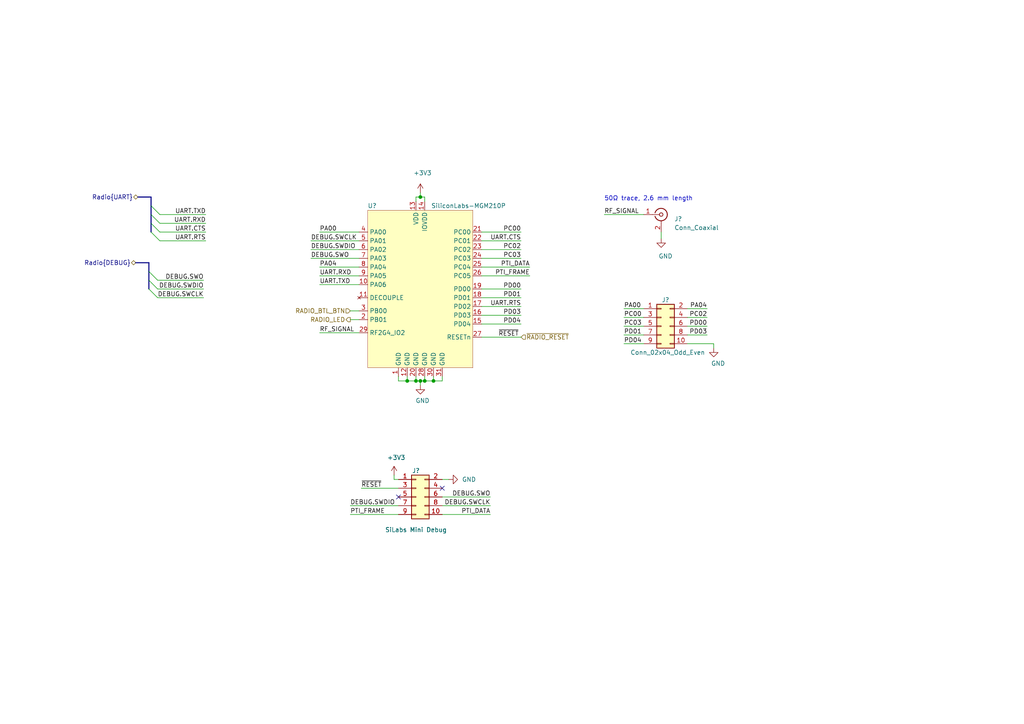
<source format=kicad_sch>
(kicad_sch (version 20201015) (generator eeschema)
  (paper "A4")
  (lib_symbols
    (symbol "Connector:Conn_Coaxial" (pin_names (offset 1.016) hide)
      (property "Reference" "J" (at 0.254 3.048 0))
      (property "Value" "Conn_Coaxial" (at 2.921 0 90))
      (symbol "Conn_Coaxial_0_1"
        (arc (start -1.778 0.508) (end 1.778 0) (radius (at -0.0508 0) (length 1.8034) (angles 163.6 0)) (stroke (width 0.254)))
        (arc (start 1.778 0) (end -1.778 -0.508) (radius (at -0.0254 0) (length 1.8034) (angles 0 -163.8)) (stroke (width 0.254)))
        (circle (center 0 0) (radius 0.508) (stroke (width 0.2032)))
        (polyline (pts (xy -2.54 0) (xy -0.508 0)))
        (polyline (pts (xy 0 -2.54) (xy 0 -1.778)))
      )
      (symbol "Conn_Coaxial_1_1"
        (pin passive line (at -5.08 0 0) (length 2.54) (name "In") (number "1"))
        (pin passive line (at 0 -5.08 90) (length 2.54) (name "Ext") (number "2"))
      )
    )
    (symbol "Connector_Generic:Conn_02x05_Odd_Even" (pin_names (offset 1.016) hide)
      (property "Reference" "J" (at 1.27 7.62 0))
      (property "Value" "Conn_02x05_Odd_Even" (at 1.27 -7.62 0))
      (symbol "Conn_02x05_Odd_Even_1_1"
        (rectangle (start -1.27 -4.953) (end 0 -5.207) (stroke (width 0.1524)))
        (rectangle (start -1.27 -2.413) (end 0 -2.667) (stroke (width 0.1524)))
        (rectangle (start -1.27 2.667) (end 0 2.413) (stroke (width 0.1524)))
        (rectangle (start -1.27 5.207) (end 0 4.953) (stroke (width 0.1524)))
        (rectangle (start -1.27 6.35) (end 3.81 -6.35) (stroke (width 0.254)) (fill (type background)))
        (rectangle (start -1.27 0.127) (end 0 -0.127) (stroke (width 0.1524)))
        (rectangle (start 3.81 -4.953) (end 2.54 -5.207) (stroke (width 0.1524)))
        (rectangle (start 3.81 -2.413) (end 2.54 -2.667) (stroke (width 0.1524)))
        (rectangle (start 3.81 2.667) (end 2.54 2.413) (stroke (width 0.1524)))
        (rectangle (start 3.81 5.207) (end 2.54 4.953) (stroke (width 0.1524)))
        (rectangle (start 3.81 0.127) (end 2.54 -0.127) (stroke (width 0.1524)))
        (pin passive line (at -5.08 5.08 0) (length 3.81) (name "Pin_1") (number "1"))
        (pin passive line (at 7.62 -5.08 180) (length 3.81) (name "Pin_10") (number "10"))
        (pin passive line (at 7.62 5.08 180) (length 3.81) (name "Pin_2") (number "2"))
        (pin passive line (at -5.08 2.54 0) (length 3.81) (name "Pin_3") (number "3"))
        (pin passive line (at 7.62 2.54 180) (length 3.81) (name "Pin_4") (number "4"))
        (pin passive line (at -5.08 0 0) (length 3.81) (name "Pin_5") (number "5"))
        (pin passive line (at 7.62 0 180) (length 3.81) (name "Pin_6") (number "6"))
        (pin passive line (at -5.08 -2.54 0) (length 3.81) (name "Pin_7") (number "7"))
        (pin passive line (at 7.62 -2.54 180) (length 3.81) (name "Pin_8") (number "8"))
        (pin passive line (at -5.08 -5.08 0) (length 3.81) (name "Pin_9") (number "9"))
      )
    )
    (symbol "LightBlue:SiliconLabs-MGM210P"
      (property "Reference" "U" (at -13.97 24.13 0))
      (property "Value" "SiliconLabs-MGM210P" (at 19.05 -25.4 0))
      (symbol "SiliconLabs-MGM210P_0_1"
        (rectangle (start -15.24 22.86) (end 15.24 -22.86) (stroke (width 0.001)) (fill (type background)))
      )
      (symbol "SiliconLabs-MGM210P_1_1"
        (pin power_in line (at -6.35 -25.4 90) (length 2.54) (name "GND") (number "1"))
        (pin power_in line (at -3.81 -25.4 90) (length 2.54) (name "GND") (number "12"))
        (pin power_in line (at -1.27 -25.4 90) (length 2.54) (name "GND") (number "20"))
        (pin power_in line (at 1.27 -25.4 90) (length 2.54) (name "GND") (number "28"))
        (pin power_in line (at 3.81 -25.4 90) (length 2.54) (name "GND") (number "30"))
        (pin power_in line (at 6.35 -25.4 90) (length 2.54) (name "GND") (number "31"))
        (pin power_in line (at -1.27 25.4 270) (length 2.54) (name "VDD") (number "13"))
        (pin power_in line (at 1.27 25.4 270) (length 2.54) (name "IOVDD") (number "14"))
        (pin bidirectional line (at -17.78 16.51 0) (length 2.54) (name "PA00") (number "4"))
        (pin bidirectional line (at -17.78 13.97 0) (length 2.54) (name "PA01") (number "5"))
        (pin bidirectional line (at -17.78 11.43 0) (length 2.54) (name "PA02") (number "6"))
        (pin bidirectional line (at -17.78 8.89 0) (length 2.54) (name "PA03") (number "7"))
        (pin bidirectional line (at -17.78 6.35 0) (length 2.54) (name "PA04") (number "8"))
        (pin bidirectional line (at -17.78 3.81 0) (length 2.54) (name "PA05") (number "9"))
        (pin bidirectional line (at -17.78 1.27 0) (length 2.54) (name "PA06") (number "10"))
        (pin unconnected line (at -17.78 -2.54 0) (length 2.54) (name "DECOUPLE") (number "11"))
        (pin bidirectional line (at -17.78 -6.35 0) (length 2.54) (name "PB00") (number "3"))
        (pin bidirectional line (at -17.78 -8.89 0) (length 2.54) (name "PB01") (number "2"))
        (pin bidirectional line (at 17.78 16.51 180) (length 2.54) (name "PC00") (number "21"))
        (pin bidirectional line (at 17.78 13.97 180) (length 2.54) (name "PC01") (number "22"))
        (pin bidirectional line (at 17.78 11.43 180) (length 2.54) (name "PC02") (number "23"))
        (pin bidirectional line (at 17.78 8.89 180) (length 2.54) (name "PC03") (number "24"))
        (pin bidirectional line (at 17.78 6.35 180) (length 2.54) (name "PC04") (number "25"))
        (pin bidirectional line (at 17.78 3.81 180) (length 2.54) (name "PC05") (number "26"))
        (pin bidirectional line (at 17.78 -13.97 180) (length 2.54) (name "RESETn") (number "27"))
        (pin input line (at -17.78 -12.7 0) (length 2.54) (name "RF2G4_IO2") (number "29"))
        (pin bidirectional line (at 17.78 0 180) (length 2.54) (name "PD00") (number "19"))
        (pin bidirectional line (at 17.78 -2.54 180) (length 2.54) (name "PD01") (number "18"))
        (pin bidirectional line (at 17.78 -5.08 180) (length 2.54) (name "PD02") (number "17"))
        (pin bidirectional line (at 17.78 -7.62 180) (length 2.54) (name "PD03") (number "16"))
        (pin bidirectional line (at 17.78 -10.16 180) (length 2.54) (name "PD04") (number "15"))
      )
    )
    (symbol "power:+3V3" (power) (pin_names (offset 0))
      (property "Value" "+3V3" (at 0 3.556 0))
      (symbol "+3V3_0_1"
        (polyline (pts (xy -0.762 1.27) (xy 0 2.54)))
        (polyline (pts (xy 0 0) (xy 0 2.54)))
        (polyline (pts (xy 0 2.54) (xy 0.762 1.27)))
      )
      (symbol "+3V3_1_1"
        (pin power_in line (at 0 0 90) (length 0) hide (name "+3V3") (number "1"))
      )
    )
    (symbol "power:GND" (power) (pin_names (offset 0))
      (property "Value" "GND" (at 0 -3.81 0))
      (symbol "GND_0_1"
        (polyline (pts (xy 0 0) (xy 0 -1.27) (xy 1.27 -1.27) (xy 0 -2.54) (xy -1.27 -1.27) (xy 0 -1.27)))
      )
      (symbol "GND_1_1"
        (pin power_in line (at 0 0 270) (length 0) hide (name "GND") (number "1"))
      )
    )
  )
  (junction (at 118.11 110.49) (diameter 0.9144))
  (junction (at 120.65 110.49) (diameter 0.9144))
  (junction (at 121.92 57.15) (diameter 0.9144))
  (junction (at 121.92 110.49) (diameter 0.9144))
  (junction (at 123.19 110.49) (diameter 0.9144))
  (junction (at 125.73 110.49) (diameter 0.9144))
  (no_connect (at 115.57 144.145))
  (no_connect (at 128.27 141.605))
  (bus_entry (at 43.18 78.74) (size 2.54 2.54) (stroke (width 0.1524)))
  (bus_entry (at 43.18 81.28) (size 2.54 2.54) (stroke (width 0.1524)))
  (bus_entry (at 43.18 83.82) (size 2.54 2.54) (stroke (width 0.1524)))
  (bus_entry (at 43.815 59.69) (size 2.54 2.54) (stroke (width 0.1524)))
  (bus_entry (at 43.815 62.23) (size 2.54 2.54) (stroke (width 0.1524)))
  (bus_entry (at 43.815 64.77) (size 2.54 2.54) (stroke (width 0.1524)))
  (bus_entry (at 43.815 67.31) (size 2.54 2.54) (stroke (width 0.1524)))
  (wire (pts (xy 45.72 81.28) (xy 59.055 81.28)))
  (wire (pts (xy 45.72 83.82) (xy 59.055 83.82)))
  (wire (pts (xy 45.72 86.36) (xy 59.055 86.36)))
  (wire (pts (xy 46.355 62.23) (xy 59.69 62.23)))
  (wire (pts (xy 46.355 64.77) (xy 59.69 64.77)))
  (wire (pts (xy 46.355 67.31) (xy 59.69 67.31)))
  (wire (pts (xy 46.355 69.85) (xy 59.69 69.85)))
  (wire (pts (xy 90.17 69.85) (xy 104.14 69.85)))
  (wire (pts (xy 90.17 72.39) (xy 104.14 72.39)))
  (wire (pts (xy 90.17 74.93) (xy 104.14 74.93)))
  (wire (pts (xy 92.71 80.01) (xy 104.14 80.01)))
  (wire (pts (xy 92.71 82.55) (xy 104.14 82.55)))
  (wire (pts (xy 92.71 96.52) (xy 104.14 96.52)))
  (wire (pts (xy 101.6 90.17) (xy 104.14 90.17)))
  (wire (pts (xy 101.6 92.71) (xy 104.14 92.71)))
  (wire (pts (xy 101.6 146.685) (xy 115.57 146.685)))
  (wire (pts (xy 101.6 149.225) (xy 115.57 149.225)))
  (wire (pts (xy 104.14 67.31) (xy 92.71 67.31)))
  (wire (pts (xy 104.14 77.47) (xy 92.71 77.47)))
  (wire (pts (xy 104.775 141.605) (xy 115.57 141.605)))
  (wire (pts (xy 114.3 137.795) (xy 114.3 139.065)))
  (wire (pts (xy 114.3 139.065) (xy 115.57 139.065)))
  (wire (pts (xy 115.57 110.49) (xy 115.57 109.22)))
  (wire (pts (xy 118.11 109.22) (xy 118.11 110.49)))
  (wire (pts (xy 118.11 110.49) (xy 115.57 110.49)))
  (wire (pts (xy 120.65 57.15) (xy 120.65 58.42)))
  (wire (pts (xy 120.65 109.22) (xy 120.65 110.49)))
  (wire (pts (xy 120.65 110.49) (xy 118.11 110.49)))
  (wire (pts (xy 121.92 55.88) (xy 121.92 57.15)))
  (wire (pts (xy 121.92 57.15) (xy 120.65 57.15)))
  (wire (pts (xy 121.92 57.15) (xy 123.19 57.15)))
  (wire (pts (xy 121.92 110.49) (xy 120.65 110.49)))
  (wire (pts (xy 121.92 110.49) (xy 123.19 110.49)))
  (wire (pts (xy 121.92 111.76) (xy 121.92 110.49)))
  (wire (pts (xy 123.19 57.15) (xy 123.19 58.42)))
  (wire (pts (xy 123.19 110.49) (xy 123.19 109.22)))
  (wire (pts (xy 123.19 110.49) (xy 125.73 110.49)))
  (wire (pts (xy 125.73 110.49) (xy 125.73 109.22)))
  (wire (pts (xy 125.73 110.49) (xy 128.27 110.49)))
  (wire (pts (xy 128.27 110.49) (xy 128.27 109.22)))
  (wire (pts (xy 128.27 139.065) (xy 130.175 139.065)))
  (wire (pts (xy 139.7 67.31) (xy 151.13 67.31)))
  (wire (pts (xy 139.7 69.85) (xy 151.13 69.85)))
  (wire (pts (xy 139.7 72.39) (xy 151.13 72.39)))
  (wire (pts (xy 139.7 74.93) (xy 151.13 74.93)))
  (wire (pts (xy 139.7 83.82) (xy 151.13 83.82)))
  (wire (pts (xy 139.7 86.36) (xy 151.13 86.36)))
  (wire (pts (xy 139.7 88.9) (xy 151.13 88.9)))
  (wire (pts (xy 139.7 91.44) (xy 151.13 91.44)))
  (wire (pts (xy 139.7 93.98) (xy 151.13 93.98)))
  (wire (pts (xy 139.7 97.79) (xy 151.13 97.79)))
  (wire (pts (xy 142.24 144.145) (xy 128.27 144.145)))
  (wire (pts (xy 142.24 146.685) (xy 128.27 146.685)))
  (wire (pts (xy 142.24 149.225) (xy 128.27 149.225)))
  (wire (pts (xy 153.67 77.47) (xy 139.7 77.47)))
  (wire (pts (xy 153.67 80.01) (xy 139.7 80.01)))
  (wire (pts (xy 175.26 62.23) (xy 186.69 62.23)))
  (wire (pts (xy 180.975 89.535) (xy 186.69 89.535)))
  (wire (pts (xy 180.975 92.075) (xy 186.69 92.075)))
  (wire (pts (xy 180.975 94.615) (xy 186.69 94.615)))
  (wire (pts (xy 180.975 97.155) (xy 186.69 97.155)))
  (wire (pts (xy 180.975 99.695) (xy 186.69 99.695)))
  (wire (pts (xy 191.77 67.31) (xy 191.77 69.215)))
  (wire (pts (xy 205.105 89.535) (xy 199.39 89.535)))
  (wire (pts (xy 205.105 92.075) (xy 199.39 92.075)))
  (wire (pts (xy 205.105 94.615) (xy 199.39 94.615)))
  (wire (pts (xy 205.105 97.155) (xy 199.39 97.155)))
  (wire (pts (xy 207.01 99.695) (xy 199.39 99.695)))
  (wire (pts (xy 207.01 100.965) (xy 207.01 99.695)))
  (bus (pts (xy 39.37 76.2) (xy 43.18 76.2)))
  (bus (pts (xy 40.005 57.15) (xy 43.815 57.15)))
  (bus (pts (xy 43.18 76.2) (xy 43.18 78.74)))
  (bus (pts (xy 43.18 78.74) (xy 43.18 81.28)))
  (bus (pts (xy 43.18 81.28) (xy 43.18 83.82)))
  (bus (pts (xy 43.815 57.15) (xy 43.815 59.69)))
  (bus (pts (xy 43.815 59.69) (xy 43.815 62.23)))
  (bus (pts (xy 43.815 62.23) (xy 43.815 64.77)))
  (bus (pts (xy 43.815 64.77) (xy 43.815 67.31)))
  (text "50Ω trace, 2.6 mm length" (at 175.26 58.42 0) (effects (font (size 1.27 1.27)) (justify left bottom)))
  (label "DEBUG.SWO" (at 59.055 81.28 180))
  (label "DEBUG.SWDIO" (at 59.055 83.82 180))
  (label "DEBUG.SWCLK" (at 59.055 86.36 180))
  (label "UART.TXD" (at 59.69 62.23 180))
  (label "UART.RXD" (at 59.69 64.77 180))
  (label "UART.CTS" (at 59.69 67.31 180))
  (label "UART.RTS" (at 59.69 69.85 180))
  (label "DEBUG.SWCLK" (at 90.17 69.85 0))
  (label "DEBUG.SWDIO" (at 90.17 72.39 0))
  (label "DEBUG.SWO" (at 90.17 74.93 0))
  (label "PA00" (at 92.71 67.31 0))
  (label "PA04" (at 92.71 77.47 0))
  (label "UART.RXD" (at 92.71 80.01 0))
  (label "UART.TXD" (at 92.71 82.55 0))
  (label "RF_SIGNAL" (at 92.71 96.52 0))
  (label "DEBUG.SWDIO" (at 101.6 146.685 0))
  (label "PTI_FRAME" (at 101.6 149.225 0))
  (label "~RESET" (at 104.775 141.605 0))
  (label "DEBUG.SWO" (at 142.24 144.145 180))
  (label "DEBUG.SWCLK" (at 142.24 146.685 180))
  (label "PTI_DATA" (at 142.24 149.225 180))
  (label "~RESET" (at 150.495 97.79 180))
  (label "PC00" (at 151.13 67.31 180))
  (label "UART.CTS" (at 151.13 69.85 180))
  (label "PC02" (at 151.13 72.39 180))
  (label "PC03" (at 151.13 74.93 180))
  (label "PD00" (at 151.13 83.82 180))
  (label "PD01" (at 151.13 86.36 180))
  (label "UART.RTS" (at 151.13 88.9 180))
  (label "PD03" (at 151.13 91.44 180))
  (label "PD04" (at 151.13 93.98 180))
  (label "PTI_DATA" (at 153.67 77.47 180))
  (label "PTI_FRAME" (at 153.67 80.01 180))
  (label "RF_SIGNAL" (at 175.26 62.23 0))
  (label "PA00" (at 180.975 89.535 0))
  (label "PC00" (at 180.975 92.075 0))
  (label "PC03" (at 180.975 94.615 0))
  (label "PD01" (at 180.975 97.155 0))
  (label "PD04" (at 180.975 99.695 0))
  (label "PA04" (at 205.105 89.535 180))
  (label "PC02" (at 205.105 92.075 180))
  (label "PD00" (at 205.105 94.615 180))
  (label "PD03" (at 205.105 97.155 180))
  (hierarchical_label "Radio{DEBUG}" (shape bidirectional) (at 39.37 76.2 180))
  (hierarchical_label "Radio{UART}" (shape bidirectional) (at 40.005 57.15 180))
  (hierarchical_label "RADIO_BTL_BTN" (shape input) (at 101.6 90.17 180))
  (hierarchical_label "RADIO_LED" (shape output) (at 101.6 92.71 180))
  (hierarchical_label "~RADIO_RESET" (shape input) (at 151.13 97.79 0))
  (symbol (lib_id "power:+3V3") (at 114.3 137.795 0) (unit 1)
    (property "Reference" "#PWR?" (effects hide))
    (property "Value" "+3V3" (at 114.935 132.715 0))
  )
  (symbol (lib_id "power:+3V3") (at 121.92 55.88 0) (unit 1)
    (property "Reference" "#PWR?" (effects hide))
    (property "Value" "+3V3" (at 122.555 50.165 0))
  )
  (symbol (lib_id "power:GND") (at 121.92 111.76 0) (unit 1)
    (property "Reference" "#PWR?" (effects hide))
    (property "Value" "GND" (at 122.555 116.205 0))
  )
  (symbol (lib_id "power:GND") (at 130.175 139.065 90) (unit 1)
    (property "Reference" "#PWR?" (effects hide))
    (property "Value" "GND" (at 133.985 139.065 90) (effects (justify right)))
  )
  (symbol (lib_id "power:GND") (at 191.77 69.215 0) (unit 1)
    (property "Reference" "#PWR?" (effects hide))
    (property "Value" "GND" (at 193.04 74.295 0))
  )
  (symbol (lib_id "power:GND") (at 207.01 100.965 0) (unit 1)
    (property "Reference" "#PWR?" (effects hide))
    (property "Value" "GND" (at 208.28 105.41 0))
  )
  (symbol (lib_id "Connector:Conn_Coaxial") (at 191.77 62.23 0) (unit 1)
    (property "Reference" "J?" (at 195.58 63.5 0) (effects (justify left)))
    (property "Value" "Conn_Coaxial" (at 195.58 66.04 0) (effects (justify left)))
    (property "Footprint" "Connector_Coaxial:U.FL_Hirose_U.FL-R-SMT-1_Vertical" (effects hide))
    (property "Datasheet" " ~" (effects hide))
  )
  (symbol (lib_id "Connector_Generic:Conn_02x05_Odd_Even") (at 120.65 144.145 0) (unit 1)
    (property "Reference" "J?" (at 120.65 136.525 0))
    (property "Value" "SiLabs Mini Debug" (at 120.65 153.67 0))
    (property "Footprint" "Connector_PinHeader_1.27mm:PinHeader_2x04_P1.27mm_Vertical_SMD" (effects hide))
  )
  (symbol (lib_id "Connector_Generic:Conn_02x05_Odd_Even") (at 191.77 94.615 0) (unit 1)
    (property "Reference" "J?" (at 193.04 86.995 0))
    (property "Value" "Conn_02x04_Odd_Even" (at 193.675 102.235 0))
  )
  (symbol (lib_id "LightBlue:SiliconLabs-MGM210P") (at 121.92 83.82 0) (unit 1)
    (property "Reference" "U?" (at 107.95 59.69 0))
    (property "Value" "SiliconLabs-MGM210P" (at 135.89 59.69 0))
    (property "Footprint" "LightBlue:SiliconLabs_MGM210P" (effects hide))
    (property "Datasheet" "https://www.silabs.com/documents/public/data-sheets/mgm210p-datasheet.pdf" (effects hide))
  )
)
</source>
